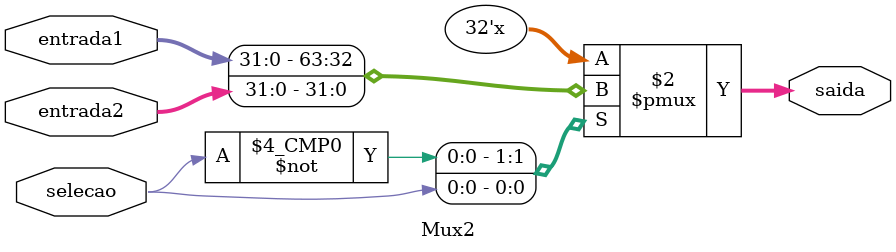
<source format=v>
module Mux2 (
    selecao,
    entrada1,
    entrada2,
    saida
);

input selecao;
input [31:0] entrada1;
input [31:0] entrada2;

output reg [31:0] saida;

always @(*) begin
    case (selecao)
        1'b0: saida = entrada1;
        1'b1: saida = entrada2;
        default: saida = 32'b0;
    endcase
end

endmodule

</source>
